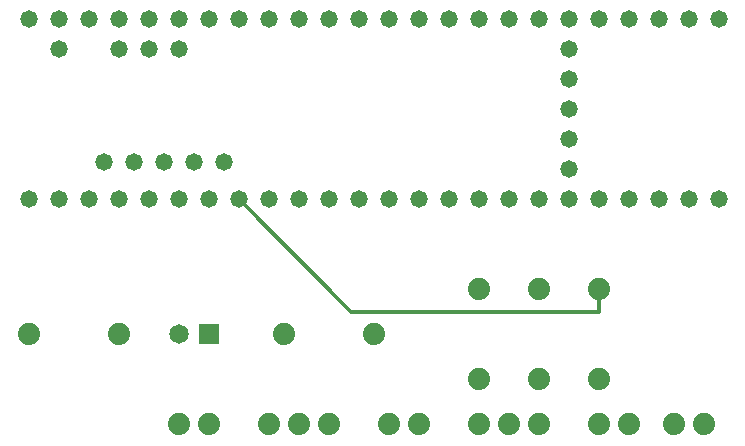
<source format=gbr>
G04 EAGLE Gerber RS-274X export*
G75*
%MOMM*%
%FSLAX34Y34*%
%LPD*%
%INTop Copper*%
%IPPOS*%
%AMOC8*
5,1,8,0,0,1.08239X$1,22.5*%
G01*
%ADD10C,1.879600*%
%ADD11R,1.651000X1.651000*%
%ADD12C,1.651000*%
%ADD13C,1.473200*%
%ADD14C,0.304800*%


D10*
X203200Y50800D03*
X228600Y50800D03*
D11*
X228400Y127000D03*
D12*
X203400Y127000D03*
D10*
X279400Y50800D03*
X304800Y50800D03*
X330200Y50800D03*
X381000Y50800D03*
X406400Y50800D03*
X558800Y50800D03*
X584200Y50800D03*
X622300Y50800D03*
X647700Y50800D03*
X558800Y88900D03*
X558800Y165100D03*
X76200Y127000D03*
X152400Y127000D03*
X292100Y127000D03*
X368300Y127000D03*
X508000Y88900D03*
X508000Y165100D03*
X457200Y88900D03*
X457200Y165100D03*
X457200Y50800D03*
X482600Y50800D03*
X508000Y50800D03*
D13*
X127000Y241300D03*
X152400Y241300D03*
X177800Y241300D03*
X203200Y241300D03*
X228600Y241300D03*
X254000Y241300D03*
X279400Y241300D03*
X304800Y241300D03*
X330200Y241300D03*
X355600Y241300D03*
X381000Y241300D03*
X406400Y241300D03*
X406400Y393700D03*
X381000Y393700D03*
X355600Y393700D03*
X330200Y393700D03*
X304800Y393700D03*
X279400Y393700D03*
X254000Y393700D03*
X228600Y393700D03*
X203200Y393700D03*
X177800Y393700D03*
X152400Y393700D03*
X101600Y241300D03*
X127000Y393700D03*
X101600Y393700D03*
X76200Y241300D03*
X76200Y393700D03*
X431800Y241300D03*
X431800Y393700D03*
X457200Y241300D03*
X482600Y241300D03*
X508000Y241300D03*
X533400Y241300D03*
X558800Y241300D03*
X584200Y241300D03*
X609600Y241300D03*
X635000Y241300D03*
X660400Y241300D03*
X660400Y393700D03*
X635000Y393700D03*
X609600Y393700D03*
X584200Y393700D03*
X558800Y393700D03*
X533400Y393700D03*
X508000Y393700D03*
X482600Y393700D03*
X457200Y393700D03*
X533400Y266700D03*
X533400Y317500D03*
X533400Y342900D03*
X533400Y292100D03*
X533400Y368300D03*
X101600Y368300D03*
X152400Y368300D03*
X177800Y368300D03*
X203200Y368300D03*
X139700Y273050D03*
X165100Y273050D03*
X190500Y273050D03*
X215900Y273050D03*
X241300Y273050D03*
D14*
X254000Y241300D02*
X349250Y146050D01*
X558800Y146050D01*
X558800Y165100D01*
M02*

</source>
